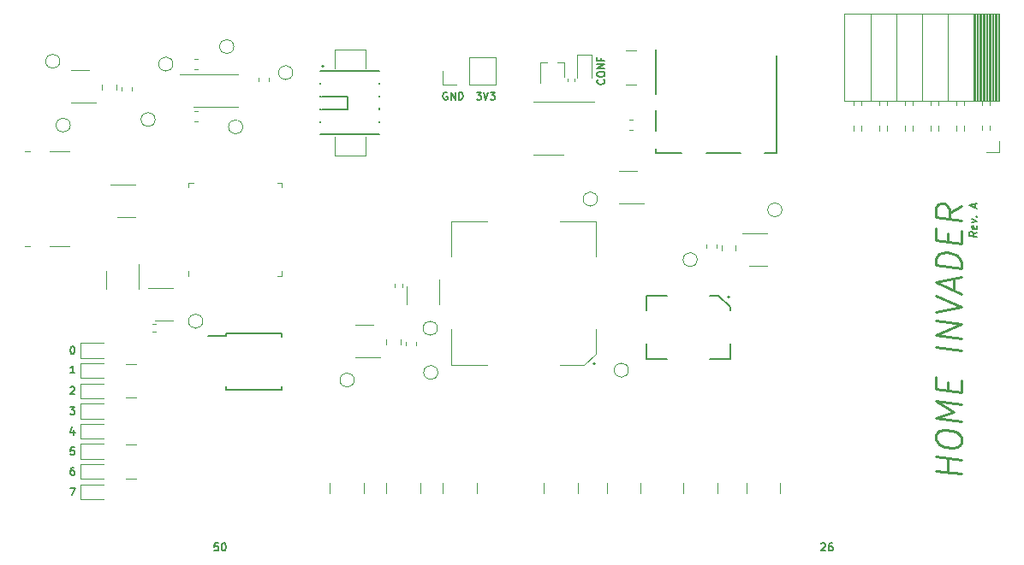
<source format=gto>
G04 #@! TF.GenerationSoftware,KiCad,Pcbnew,(5.1.9-0-10_14)*
G04 #@! TF.CreationDate,2021-01-29T21:37:42-08:00*
G04 #@! TF.ProjectId,cart-ecp5,63617274-2d65-4637-9035-2e6b69636164,rev?*
G04 #@! TF.SameCoordinates,Original*
G04 #@! TF.FileFunction,Legend,Top*
G04 #@! TF.FilePolarity,Positive*
%FSLAX46Y46*%
G04 Gerber Fmt 4.6, Leading zero omitted, Abs format (unit mm)*
G04 Created by KiCad (PCBNEW (5.1.9-0-10_14)) date 2021-01-29 21:37:42*
%MOMM*%
%LPD*%
G01*
G04 APERTURE LIST*
%ADD10C,0.150000*%
%ADD11C,0.250000*%
%ADD12C,0.120000*%
%ADD13C,0.200000*%
G04 APERTURE END LIST*
D10*
X194839285Y-94186607D02*
X194482142Y-94391964D01*
X194839285Y-94615178D02*
X194089285Y-94521428D01*
X194089285Y-94235714D01*
X194125000Y-94168750D01*
X194160714Y-94137500D01*
X194232142Y-94110714D01*
X194339285Y-94124107D01*
X194410714Y-94168750D01*
X194446428Y-94208928D01*
X194482142Y-94284821D01*
X194482142Y-94570535D01*
X194803571Y-93575000D02*
X194839285Y-93650892D01*
X194839285Y-93793750D01*
X194803571Y-93860714D01*
X194732142Y-93887500D01*
X194446428Y-93851785D01*
X194375000Y-93807142D01*
X194339285Y-93731250D01*
X194339285Y-93588392D01*
X194375000Y-93521428D01*
X194446428Y-93494642D01*
X194517857Y-93503571D01*
X194589285Y-93869642D01*
X194339285Y-93231250D02*
X194839285Y-93115178D01*
X194339285Y-92874107D01*
X194767857Y-92641964D02*
X194803571Y-92610714D01*
X194839285Y-92650892D01*
X194803571Y-92682142D01*
X194767857Y-92641964D01*
X194839285Y-92650892D01*
X194625000Y-91731250D02*
X194625000Y-91374107D01*
X194839285Y-91829464D02*
X194089285Y-91485714D01*
X194839285Y-91329464D01*
X142453571Y-80350000D02*
X142382142Y-80314285D01*
X142275000Y-80314285D01*
X142167857Y-80350000D01*
X142096428Y-80421428D01*
X142060714Y-80492857D01*
X142025000Y-80635714D01*
X142025000Y-80742857D01*
X142060714Y-80885714D01*
X142096428Y-80957142D01*
X142167857Y-81028571D01*
X142275000Y-81064285D01*
X142346428Y-81064285D01*
X142453571Y-81028571D01*
X142489285Y-80992857D01*
X142489285Y-80742857D01*
X142346428Y-80742857D01*
X142810714Y-81064285D02*
X142810714Y-80314285D01*
X143239285Y-81064285D01*
X143239285Y-80314285D01*
X143596428Y-81064285D02*
X143596428Y-80314285D01*
X143775000Y-80314285D01*
X143882142Y-80350000D01*
X143953571Y-80421428D01*
X143989285Y-80492857D01*
X144025000Y-80635714D01*
X144025000Y-80742857D01*
X143989285Y-80885714D01*
X143953571Y-80957142D01*
X143882142Y-81028571D01*
X143775000Y-81064285D01*
X143596428Y-81064285D01*
X145346428Y-80314285D02*
X145810714Y-80314285D01*
X145560714Y-80600000D01*
X145667857Y-80600000D01*
X145739285Y-80635714D01*
X145775000Y-80671428D01*
X145810714Y-80742857D01*
X145810714Y-80921428D01*
X145775000Y-80992857D01*
X145739285Y-81028571D01*
X145667857Y-81064285D01*
X145453571Y-81064285D01*
X145382142Y-81028571D01*
X145346428Y-80992857D01*
X146025000Y-80314285D02*
X146275000Y-81064285D01*
X146525000Y-80314285D01*
X146703571Y-80314285D02*
X147167857Y-80314285D01*
X146917857Y-80600000D01*
X147025000Y-80600000D01*
X147096428Y-80635714D01*
X147132142Y-80671428D01*
X147167857Y-80742857D01*
X147167857Y-80921428D01*
X147132142Y-80992857D01*
X147096428Y-81028571D01*
X147025000Y-81064285D01*
X146810714Y-81064285D01*
X146739285Y-81028571D01*
X146703571Y-80992857D01*
X157942857Y-79075000D02*
X157978571Y-79110714D01*
X158014285Y-79217857D01*
X158014285Y-79289285D01*
X157978571Y-79396428D01*
X157907142Y-79467857D01*
X157835714Y-79503571D01*
X157692857Y-79539285D01*
X157585714Y-79539285D01*
X157442857Y-79503571D01*
X157371428Y-79467857D01*
X157300000Y-79396428D01*
X157264285Y-79289285D01*
X157264285Y-79217857D01*
X157300000Y-79110714D01*
X157335714Y-79075000D01*
X157264285Y-78610714D02*
X157264285Y-78467857D01*
X157300000Y-78396428D01*
X157371428Y-78325000D01*
X157514285Y-78289285D01*
X157764285Y-78289285D01*
X157907142Y-78325000D01*
X157978571Y-78396428D01*
X158014285Y-78467857D01*
X158014285Y-78610714D01*
X157978571Y-78682142D01*
X157907142Y-78753571D01*
X157764285Y-78789285D01*
X157514285Y-78789285D01*
X157371428Y-78753571D01*
X157300000Y-78682142D01*
X157264285Y-78610714D01*
X158014285Y-77967857D02*
X157264285Y-77967857D01*
X158014285Y-77539285D01*
X157264285Y-77539285D01*
X157621428Y-76932142D02*
X157621428Y-77182142D01*
X158014285Y-77182142D02*
X157264285Y-77182142D01*
X157264285Y-76825000D01*
X105150000Y-119489285D02*
X105650000Y-119489285D01*
X105328571Y-120239285D01*
X105542857Y-117489285D02*
X105400000Y-117489285D01*
X105328571Y-117525000D01*
X105292857Y-117560714D01*
X105221428Y-117667857D01*
X105185714Y-117810714D01*
X105185714Y-118096428D01*
X105221428Y-118167857D01*
X105257142Y-118203571D01*
X105328571Y-118239285D01*
X105471428Y-118239285D01*
X105542857Y-118203571D01*
X105578571Y-118167857D01*
X105614285Y-118096428D01*
X105614285Y-117917857D01*
X105578571Y-117846428D01*
X105542857Y-117810714D01*
X105471428Y-117775000D01*
X105328571Y-117775000D01*
X105257142Y-117810714D01*
X105221428Y-117846428D01*
X105185714Y-117917857D01*
X105578571Y-115489285D02*
X105221428Y-115489285D01*
X105185714Y-115846428D01*
X105221428Y-115810714D01*
X105292857Y-115775000D01*
X105471428Y-115775000D01*
X105542857Y-115810714D01*
X105578571Y-115846428D01*
X105614285Y-115917857D01*
X105614285Y-116096428D01*
X105578571Y-116167857D01*
X105542857Y-116203571D01*
X105471428Y-116239285D01*
X105292857Y-116239285D01*
X105221428Y-116203571D01*
X105185714Y-116167857D01*
X105542857Y-113739285D02*
X105542857Y-114239285D01*
X105364285Y-113453571D02*
X105185714Y-113989285D01*
X105650000Y-113989285D01*
X105150000Y-111489285D02*
X105614285Y-111489285D01*
X105364285Y-111775000D01*
X105471428Y-111775000D01*
X105542857Y-111810714D01*
X105578571Y-111846428D01*
X105614285Y-111917857D01*
X105614285Y-112096428D01*
X105578571Y-112167857D01*
X105542857Y-112203571D01*
X105471428Y-112239285D01*
X105257142Y-112239285D01*
X105185714Y-112203571D01*
X105150000Y-112167857D01*
X105185714Y-109560714D02*
X105221428Y-109525000D01*
X105292857Y-109489285D01*
X105471428Y-109489285D01*
X105542857Y-109525000D01*
X105578571Y-109560714D01*
X105614285Y-109632142D01*
X105614285Y-109703571D01*
X105578571Y-109810714D01*
X105150000Y-110239285D01*
X105614285Y-110239285D01*
X105614285Y-108139285D02*
X105185714Y-108139285D01*
X105400000Y-108139285D02*
X105400000Y-107389285D01*
X105328571Y-107496428D01*
X105257142Y-107567857D01*
X105185714Y-107603571D01*
X105364285Y-105489285D02*
X105435714Y-105489285D01*
X105507142Y-105525000D01*
X105542857Y-105560714D01*
X105578571Y-105632142D01*
X105614285Y-105775000D01*
X105614285Y-105953571D01*
X105578571Y-106096428D01*
X105542857Y-106167857D01*
X105507142Y-106203571D01*
X105435714Y-106239285D01*
X105364285Y-106239285D01*
X105292857Y-106203571D01*
X105257142Y-106167857D01*
X105221428Y-106096428D01*
X105185714Y-105953571D01*
X105185714Y-105775000D01*
X105221428Y-105632142D01*
X105257142Y-105560714D01*
X105292857Y-105525000D01*
X105364285Y-105489285D01*
D11*
X193280952Y-118130803D02*
X190780952Y-117818303D01*
X191971428Y-117967113D02*
X191971428Y-116538541D01*
X193280952Y-116702232D02*
X190780952Y-116389732D01*
X190780952Y-114723065D02*
X190780952Y-114246875D01*
X190900000Y-114023660D01*
X191138095Y-113815327D01*
X191614285Y-113755803D01*
X192447619Y-113859970D01*
X192923809Y-114038541D01*
X193161904Y-114306398D01*
X193280952Y-114559375D01*
X193280952Y-115035565D01*
X193161904Y-115258779D01*
X192923809Y-115467113D01*
X192447619Y-115526636D01*
X191614285Y-115422470D01*
X191138095Y-115243898D01*
X190900000Y-114976041D01*
X190780952Y-114723065D01*
X193280952Y-112892708D02*
X190780952Y-112580208D01*
X192566666Y-111970089D01*
X190780952Y-110913541D01*
X193280952Y-111226041D01*
X191971428Y-109871875D02*
X191971428Y-109038541D01*
X193280952Y-108845089D02*
X193280952Y-110035565D01*
X190780952Y-109723065D01*
X190780952Y-108532589D01*
X193280952Y-105868898D02*
X190780952Y-105556398D01*
X193280952Y-104678422D02*
X190780952Y-104365922D01*
X193280952Y-103249851D01*
X190780952Y-102937351D01*
X190780952Y-102104017D02*
X193280952Y-101583184D01*
X190780952Y-100437351D01*
X192566666Y-99946279D02*
X192566666Y-98755803D01*
X193280952Y-100273660D02*
X190780952Y-99127827D01*
X193280952Y-98606994D01*
X193280952Y-97773660D02*
X190780952Y-97461160D01*
X190780952Y-96865922D01*
X190900000Y-96523660D01*
X191138095Y-96315327D01*
X191376190Y-96226041D01*
X191852380Y-96166517D01*
X192209523Y-96211160D01*
X192685714Y-96389732D01*
X192923809Y-96538541D01*
X193161904Y-96806398D01*
X193280952Y-97178422D01*
X193280952Y-97773660D01*
X191971428Y-95109970D02*
X191971428Y-94276636D01*
X193280952Y-94083184D02*
X193280952Y-95273660D01*
X190780952Y-94961160D01*
X190780952Y-93770684D01*
X193280952Y-91583184D02*
X192090476Y-92267708D01*
X193280952Y-93011755D02*
X190780952Y-92699255D01*
X190780952Y-91746875D01*
X190900000Y-91523660D01*
X191019047Y-91419494D01*
X191257142Y-91330208D01*
X191614285Y-91374851D01*
X191852380Y-91523660D01*
X191971428Y-91657589D01*
X192090476Y-91910565D01*
X192090476Y-92862946D01*
D10*
X179428571Y-125060714D02*
X179464285Y-125025000D01*
X179535714Y-124989285D01*
X179714285Y-124989285D01*
X179785714Y-125025000D01*
X179821428Y-125060714D01*
X179857142Y-125132142D01*
X179857142Y-125203571D01*
X179821428Y-125310714D01*
X179392857Y-125739285D01*
X179857142Y-125739285D01*
X180500000Y-124989285D02*
X180357142Y-124989285D01*
X180285714Y-125025000D01*
X180250000Y-125060714D01*
X180178571Y-125167857D01*
X180142857Y-125310714D01*
X180142857Y-125596428D01*
X180178571Y-125667857D01*
X180214285Y-125703571D01*
X180285714Y-125739285D01*
X180428571Y-125739285D01*
X180500000Y-125703571D01*
X180535714Y-125667857D01*
X180571428Y-125596428D01*
X180571428Y-125417857D01*
X180535714Y-125346428D01*
X180500000Y-125310714D01*
X180428571Y-125275000D01*
X180285714Y-125275000D01*
X180214285Y-125310714D01*
X180178571Y-125346428D01*
X180142857Y-125417857D01*
X119821428Y-124989285D02*
X119464285Y-124989285D01*
X119428571Y-125346428D01*
X119464285Y-125310714D01*
X119535714Y-125275000D01*
X119714285Y-125275000D01*
X119785714Y-125310714D01*
X119821428Y-125346428D01*
X119857142Y-125417857D01*
X119857142Y-125596428D01*
X119821428Y-125667857D01*
X119785714Y-125703571D01*
X119714285Y-125739285D01*
X119535714Y-125739285D01*
X119464285Y-125703571D01*
X119428571Y-125667857D01*
X120321428Y-124989285D02*
X120392857Y-124989285D01*
X120464285Y-125025000D01*
X120500000Y-125060714D01*
X120535714Y-125132142D01*
X120571428Y-125275000D01*
X120571428Y-125453571D01*
X120535714Y-125596428D01*
X120500000Y-125667857D01*
X120464285Y-125703571D01*
X120392857Y-125739285D01*
X120321428Y-125739285D01*
X120250000Y-125703571D01*
X120214285Y-125667857D01*
X120178571Y-125596428D01*
X120142857Y-125453571D01*
X120142857Y-125275000D01*
X120178571Y-125132142D01*
X120214285Y-125060714D01*
X120250000Y-125025000D01*
X120321428Y-124989285D01*
D12*
X197055000Y-85150000D02*
X197055000Y-86260000D01*
X197055000Y-86260000D02*
X195725000Y-86260000D01*
X197055000Y-72520000D02*
X181695000Y-72520000D01*
X181695000Y-72520000D02*
X181695000Y-81150000D01*
X197055000Y-81150000D02*
X181695000Y-81150000D01*
X197055000Y-72520000D02*
X197055000Y-81150000D01*
X184295000Y-72520000D02*
X184295000Y-81150000D01*
X186835000Y-72520000D02*
X186835000Y-81150000D01*
X189375000Y-72520000D02*
X189375000Y-81150000D01*
X191915000Y-72520000D02*
X191915000Y-81150000D01*
X194455000Y-72520000D02*
X194455000Y-81150000D01*
X182665000Y-83660000D02*
X182665000Y-84100000D01*
X182665000Y-81150000D02*
X182665000Y-81560000D01*
X183385000Y-83660000D02*
X183385000Y-84100000D01*
X183385000Y-81150000D02*
X183385000Y-81560000D01*
X185205000Y-83660000D02*
X185205000Y-84100000D01*
X185205000Y-81150000D02*
X185205000Y-81560000D01*
X185925000Y-83660000D02*
X185925000Y-84100000D01*
X185925000Y-81150000D02*
X185925000Y-81560000D01*
X187745000Y-83660000D02*
X187745000Y-84100000D01*
X187745000Y-81150000D02*
X187745000Y-81560000D01*
X188465000Y-83660000D02*
X188465000Y-84100000D01*
X188465000Y-81150000D02*
X188465000Y-81560000D01*
X190285000Y-83660000D02*
X190285000Y-84100000D01*
X190285000Y-81150000D02*
X190285000Y-81560000D01*
X191005000Y-83660000D02*
X191005000Y-84100000D01*
X191005000Y-81150000D02*
X191005000Y-81560000D01*
X192825000Y-83660000D02*
X192825000Y-84100000D01*
X192825000Y-81150000D02*
X192825000Y-81560000D01*
X193545000Y-83660000D02*
X193545000Y-84100000D01*
X193545000Y-81150000D02*
X193545000Y-81560000D01*
X195365000Y-83660000D02*
X195365000Y-84040000D01*
X195365000Y-81150000D02*
X195365000Y-81560000D01*
X196085000Y-83660000D02*
X196085000Y-84040000D01*
X196085000Y-81150000D02*
X196085000Y-81560000D01*
X194573100Y-72520000D02*
X194573100Y-81150000D01*
X194691195Y-72520000D02*
X194691195Y-81150000D01*
X194809290Y-72520000D02*
X194809290Y-81150000D01*
X194927385Y-72520000D02*
X194927385Y-81150000D01*
X195045480Y-72520000D02*
X195045480Y-81150000D01*
X195163575Y-72520000D02*
X195163575Y-81150000D01*
X195281670Y-72520000D02*
X195281670Y-81150000D01*
X195399765Y-72520000D02*
X195399765Y-81150000D01*
X195517860Y-72520000D02*
X195517860Y-81150000D01*
X195635955Y-72520000D02*
X195635955Y-81150000D01*
X195754050Y-72520000D02*
X195754050Y-81150000D01*
X195872145Y-72520000D02*
X195872145Y-81150000D01*
X195990240Y-72520000D02*
X195990240Y-81150000D01*
X196108335Y-72520000D02*
X196108335Y-81150000D01*
X196226430Y-72520000D02*
X196226430Y-81150000D01*
X196344525Y-72520000D02*
X196344525Y-81150000D01*
X196462620Y-72520000D02*
X196462620Y-81150000D01*
X196580715Y-72520000D02*
X196580715Y-81150000D01*
X196698810Y-72520000D02*
X196698810Y-81150000D01*
X196816905Y-72520000D02*
X196816905Y-81150000D01*
X196935000Y-72520000D02*
X196935000Y-81150000D01*
X115335000Y-99695000D02*
X112885000Y-99695000D01*
X113535000Y-102915000D02*
X115335000Y-102915000D01*
X141630000Y-101320000D02*
X141630000Y-98870000D01*
X138410000Y-99520000D02*
X138410000Y-101320000D01*
X113628641Y-103270000D02*
X113321359Y-103270000D01*
X113628641Y-104030000D02*
X113321359Y-104030000D01*
X138055000Y-99603641D02*
X138055000Y-99296359D01*
X137295000Y-99603641D02*
X137295000Y-99296359D01*
X160375000Y-107850000D02*
G75*
G03*
X160375000Y-107850000I-700000J0D01*
G01*
X155080000Y-79253641D02*
X155080000Y-78946359D01*
X154320000Y-79253641D02*
X154320000Y-78946359D01*
X142020000Y-79555000D02*
X142020000Y-78225000D01*
X143350000Y-79555000D02*
X142020000Y-79555000D01*
X144620000Y-79555000D02*
X144620000Y-76895000D01*
X144620000Y-76895000D02*
X147220000Y-76895000D01*
X144620000Y-79555000D02*
X147220000Y-79555000D01*
X147220000Y-79555000D02*
X147220000Y-76895000D01*
X118275000Y-103000000D02*
G75*
G03*
X118275000Y-103000000I-700000J0D01*
G01*
X175550000Y-91975000D02*
G75*
G03*
X175550000Y-91975000I-700000J0D01*
G01*
X167175000Y-96900000D02*
G75*
G03*
X167175000Y-96900000I-700000J0D01*
G01*
X133250000Y-108825000D02*
G75*
G03*
X133250000Y-108825000I-700000J0D01*
G01*
X157300000Y-90900000D02*
G75*
G03*
X157300000Y-90900000I-700000J0D01*
G01*
X141525000Y-108075000D02*
G75*
G03*
X141525000Y-108075000I-700000J0D01*
G01*
X105175000Y-83575000D02*
G75*
G03*
X105175000Y-83575000I-700000J0D01*
G01*
X115325000Y-77525000D02*
G75*
G03*
X115325000Y-77525000I-700000J0D01*
G01*
X113575000Y-83025000D02*
G75*
G03*
X113575000Y-83025000I-700000J0D01*
G01*
X104150000Y-77250000D02*
G75*
G03*
X104150000Y-77250000I-700000J0D01*
G01*
X127175000Y-78375000D02*
G75*
G03*
X127175000Y-78375000I-700000J0D01*
G01*
X122225000Y-83750000D02*
G75*
G03*
X122225000Y-83750000I-700000J0D01*
G01*
X121350000Y-75800000D02*
G75*
G03*
X121350000Y-75800000I-700000J0D01*
G01*
X141475000Y-103700000D02*
G75*
G03*
X141475000Y-103700000I-700000J0D01*
G01*
X153350000Y-77370000D02*
X154010000Y-77370000D01*
X151690000Y-77370000D02*
X152350000Y-77370000D01*
X151690000Y-77370000D02*
X151690000Y-79400000D01*
X154010000Y-78780000D02*
X154010000Y-77370000D01*
X156760000Y-78900000D02*
X156760000Y-76615000D01*
X156760000Y-76615000D02*
X155290000Y-76615000D01*
X155290000Y-76615000D02*
X155290000Y-78900000D01*
X156975000Y-81290000D02*
X150975000Y-81290000D01*
X153975000Y-86510000D02*
X150975000Y-86510000D01*
X110700000Y-118580000D02*
X111700000Y-118580000D01*
X110700000Y-115220000D02*
X111700000Y-115220000D01*
X110700000Y-110580000D02*
X111700000Y-110580000D01*
X110700000Y-107220000D02*
X111700000Y-107220000D01*
X106215000Y-120635000D02*
X108500000Y-120635000D01*
X106215000Y-119165000D02*
X106215000Y-120635000D01*
X108500000Y-119165000D02*
X106215000Y-119165000D01*
X106215000Y-118635000D02*
X108500000Y-118635000D01*
X106215000Y-117165000D02*
X106215000Y-118635000D01*
X108500000Y-117165000D02*
X106215000Y-117165000D01*
X106215000Y-116635000D02*
X108500000Y-116635000D01*
X106215000Y-115165000D02*
X106215000Y-116635000D01*
X108500000Y-115165000D02*
X106215000Y-115165000D01*
X106215000Y-114635000D02*
X108500000Y-114635000D01*
X106215000Y-113165000D02*
X106215000Y-114635000D01*
X108500000Y-113165000D02*
X106215000Y-113165000D01*
X106215000Y-112635000D02*
X108500000Y-112635000D01*
X106215000Y-111165000D02*
X106215000Y-112635000D01*
X108500000Y-111165000D02*
X106215000Y-111165000D01*
X106215000Y-110635000D02*
X108500000Y-110635000D01*
X106215000Y-109165000D02*
X106215000Y-110635000D01*
X108500000Y-109165000D02*
X106215000Y-109165000D01*
X106215000Y-108635000D02*
X108500000Y-108635000D01*
X106215000Y-107165000D02*
X106215000Y-108635000D01*
X108500000Y-107165000D02*
X106215000Y-107165000D01*
X106215000Y-106635000D02*
X108500000Y-106635000D01*
X106215000Y-105165000D02*
X106215000Y-106635000D01*
X108500000Y-105165000D02*
X106215000Y-105165000D01*
X136420000Y-119000000D02*
X136420000Y-120000000D01*
X139780000Y-119000000D02*
X139780000Y-120000000D01*
X174075000Y-94265000D02*
X171625000Y-94265000D01*
X172275000Y-97485000D02*
X174075000Y-97485000D01*
X170985000Y-96033578D02*
X170985000Y-95516422D01*
X169565000Y-96033578D02*
X169565000Y-95516422D01*
X168065000Y-95412221D02*
X168065000Y-95737779D01*
X169085000Y-95412221D02*
X169085000Y-95737779D01*
D10*
X170450000Y-105250000D02*
X170450000Y-106750000D01*
X170450000Y-106750000D02*
X168450000Y-106750000D01*
X170450000Y-105250000D02*
X170450000Y-106750000D01*
X170450000Y-106750000D02*
X168450000Y-106750000D01*
X162150000Y-105250000D02*
X162150000Y-106750000D01*
X162150000Y-106750000D02*
X164150000Y-106750000D01*
X170450000Y-105250000D02*
X170450000Y-106750000D01*
X170450000Y-106750000D02*
X168450000Y-106750000D01*
X162150000Y-101950000D02*
X162150000Y-100450000D01*
X162150000Y-100450000D02*
X164150000Y-100450000D01*
X170450000Y-101950000D02*
X170450000Y-101600000D01*
X170450000Y-101600000D02*
X169300000Y-100450000D01*
X169300000Y-100450000D02*
X168450000Y-100450000D01*
D13*
X170400000Y-100600000D02*
G75*
G03*
X170400000Y-100600000I-100000J0D01*
G01*
D12*
X117762779Y-83235000D02*
X117437221Y-83235000D01*
X117762779Y-82215000D02*
X117437221Y-82215000D01*
X117762779Y-78035000D02*
X117437221Y-78035000D01*
X117762779Y-77015000D02*
X117437221Y-77015000D01*
X139360000Y-105412779D02*
X139360000Y-105087221D01*
X138340000Y-105412779D02*
X138340000Y-105087221D01*
X111260000Y-80187779D02*
X111260000Y-79862221D01*
X110240000Y-80187779D02*
X110240000Y-79862221D01*
X137860000Y-104791422D02*
X137860000Y-105308578D01*
X136440000Y-104791422D02*
X136440000Y-105308578D01*
X109760000Y-79566422D02*
X109760000Y-80083578D01*
X108340000Y-79566422D02*
X108340000Y-80083578D01*
X134350000Y-86620000D02*
X134350000Y-84720000D01*
D10*
X132571000Y-81985000D02*
X130031000Y-81985000D01*
X132571000Y-80715000D02*
X132571000Y-81985000D01*
X130031000Y-80715000D02*
X132571000Y-80715000D01*
X135720600Y-79521200D02*
X135720600Y-79368800D01*
X135720600Y-80791200D02*
X135720600Y-80638800D01*
X135720600Y-82061200D02*
X135720600Y-81883400D01*
X135720600Y-83331200D02*
X135720600Y-83178800D01*
X129929400Y-83178800D02*
X129929400Y-83331200D01*
X129929400Y-81908800D02*
X129929400Y-82061200D01*
X129929400Y-80638800D02*
X129929400Y-80791200D01*
X129929400Y-79368800D02*
X129929400Y-79521200D01*
X135725000Y-78200000D02*
X129925000Y-78200000D01*
X135725000Y-84500000D02*
X129925000Y-84500000D01*
D12*
X131300000Y-86620000D02*
X131300000Y-84720000D01*
X131300000Y-86620000D02*
X134350000Y-86620000D01*
X131300000Y-76080000D02*
X131300000Y-77980000D01*
X134350000Y-76080000D02*
X134350000Y-77980000D01*
X134350000Y-76080000D02*
X131300000Y-76080000D01*
D13*
X130225000Y-77750000D02*
G75*
G03*
X130225000Y-77750000I-100000J0D01*
G01*
D12*
X160762779Y-83040000D02*
X160437221Y-83040000D01*
X160762779Y-84060000D02*
X160437221Y-84060000D01*
X123790000Y-79187779D02*
X123790000Y-78862221D01*
X124810000Y-79187779D02*
X124810000Y-78862221D01*
X130820000Y-119000000D02*
X130820000Y-120000000D01*
X134180000Y-119000000D02*
X134180000Y-120000000D01*
X116890000Y-98035000D02*
X116890000Y-98510000D01*
X126110000Y-89290000D02*
X125635000Y-89290000D01*
X126110000Y-89765000D02*
X126110000Y-89290000D01*
X126110000Y-98510000D02*
X125635000Y-98510000D01*
X126110000Y-98035000D02*
X126110000Y-98510000D01*
X116890000Y-89290000D02*
X117365000Y-89290000D01*
X116890000Y-89765000D02*
X116890000Y-89290000D01*
X111910000Y-99800000D02*
X111910000Y-97350000D01*
X108690000Y-98000000D02*
X108690000Y-99800000D01*
X111600000Y-89490000D02*
X109150000Y-89490000D01*
X109800000Y-92710000D02*
X111600000Y-92710000D01*
X159425000Y-91360000D02*
X161875000Y-91360000D01*
X161225000Y-88140000D02*
X159425000Y-88140000D01*
X133350000Y-106560000D02*
X135800000Y-106560000D01*
X135150000Y-103340000D02*
X133350000Y-103340000D01*
X105257107Y-81334999D02*
X107707107Y-81334999D01*
X107057107Y-78114999D02*
X105257107Y-78114999D01*
X119600000Y-78515000D02*
X116000000Y-78515000D01*
X119600000Y-78515000D02*
X121800000Y-78515000D01*
X119600000Y-81735000D02*
X117400000Y-81735000D01*
X119600000Y-81735000D02*
X121800000Y-81735000D01*
D10*
X120575000Y-104450000D02*
X118825000Y-104450000D01*
X120575000Y-109755000D02*
X126075000Y-109755000D01*
X120575000Y-104245000D02*
X126075000Y-104245000D01*
X120575000Y-109755000D02*
X120575000Y-109455000D01*
X126075000Y-109755000D02*
X126075000Y-109455000D01*
X126075000Y-104245000D02*
X126075000Y-104545000D01*
X120575000Y-104245000D02*
X120575000Y-104450000D01*
D12*
X158220000Y-119000000D02*
X158220000Y-120000000D01*
X161580000Y-119000000D02*
X161580000Y-120000000D01*
X142020000Y-119000000D02*
X142020000Y-120000000D01*
X145380000Y-119000000D02*
X145380000Y-120000000D01*
X165820000Y-119000000D02*
X165820000Y-120000000D01*
X169180000Y-119000000D02*
X169180000Y-120000000D01*
X152020000Y-119000000D02*
X152020000Y-120000000D01*
X155380000Y-119000000D02*
X155380000Y-120000000D01*
X172020000Y-119000000D02*
X172020000Y-120000000D01*
X175380000Y-119000000D02*
X175380000Y-120000000D01*
X160100000Y-79580000D02*
X161100000Y-79580000D01*
X160100000Y-76220000D02*
X161100000Y-76220000D01*
X101200000Y-86200000D02*
X100700000Y-86200000D01*
X105100000Y-86200000D02*
X103100000Y-86200000D01*
X101200000Y-95600000D02*
X100700000Y-95600000D01*
X105100000Y-95600000D02*
X103100000Y-95600000D01*
D10*
X163050000Y-80500000D02*
X163050000Y-76100000D01*
X163050000Y-84100000D02*
X163050000Y-82100000D01*
X163050000Y-86300000D02*
X163050000Y-85900000D01*
X165650000Y-86300000D02*
X163050000Y-86300000D01*
X171450000Y-86300000D02*
X168050000Y-86300000D01*
X175050000Y-86300000D02*
X173850000Y-86300000D01*
X175050000Y-76700000D02*
X175050000Y-86300000D01*
D12*
X146380000Y-107320000D02*
X142880000Y-107320000D01*
X142880000Y-107320000D02*
X142880000Y-103820000D01*
X146380000Y-107320000D02*
X142880000Y-107320000D01*
X142880000Y-107320000D02*
X142880000Y-103820000D01*
X146380000Y-93080000D02*
X142880000Y-93080000D01*
X142880000Y-93080000D02*
X142880000Y-96580000D01*
X146380000Y-107320000D02*
X142880000Y-107320000D01*
X142880000Y-107320000D02*
X142880000Y-103820000D01*
X153620000Y-93080000D02*
X157120000Y-93080000D01*
X157120000Y-93080000D02*
X157120000Y-96580000D01*
X153620000Y-107320000D02*
X156000000Y-107320000D01*
X156000000Y-107320000D02*
X157120000Y-106200000D01*
X157120000Y-106200000D02*
X157120000Y-103820000D01*
D13*
X157100000Y-107200000D02*
G75*
G03*
X157100000Y-107200000I-100000J0D01*
G01*
M02*

</source>
